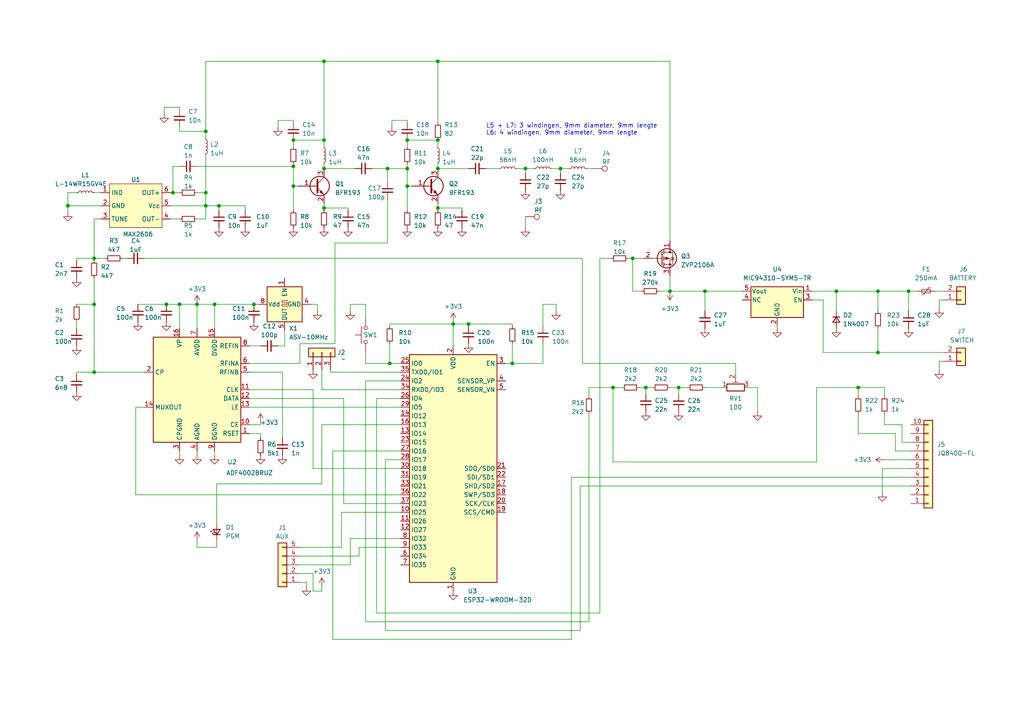
<source format=kicad_sch>
(kicad_sch (version 20250114) (generator "eeschema") (generator_version "9.0")
  (paper "A4")
  (text "L5 + L7: 3 windingen, 9mm diameter, 9mm lengte\nL6: 4 windingen, 9mm diameter, 9mm lengte" (at 140.97 39.37 0) (effects (font (size 1.27 1.27)) (justify left bottom)))
  (junction (at 152.4 48.895))
  (junction (at 63.5 59.69))
  (junction (at 93.98 48.895))
  (junction (at 254.635 84.455))
  (junction (at 127 48.895))
  (junction (at 118.11 48.895))
  (junction (at 177.8 112.395))
  (junction (at 27.305 107.95))
  (junction (at 118.11 53.975))
  (junction (at 196.85 112.395))
  (junction (at 118.11 40.64))
  (junction (at 242.57 84.455))
  (junction (at 52.07 88.265))
  (junction (at 85.09 48.26))
  (junction (at 59.69 38.1))
  (junction (at 27.305 88.265))
  (junction (at 59.69 59.69))
  (junction (at 148.59 105.41))
  (junction (at 85.09 53.975))
  (junction (at 204.47 84.455))
  (junction (at 113.03 105.41))
  (junction (at 85.09 40.64))
  (junction (at 73.66 88.265))
  (junction (at 127 60.325))
  (junction (at 135.89 93.98))
  (junction (at 248.92 112.395))
  (junction (at 254.635 102.235))
  (junction (at 48.26 88.265))
  (junction (at 187.325 112.395))
  (junction (at 59.69 55.88))
  (junction (at 19.685 59.69))
  (junction (at 127 17.78))
  (junction (at 62.23 88.265))
  (junction (at 27.305 74.93))
  (junction (at 93.98 17.78))
  (junction (at 57.15 88.265))
  (junction (at 112.395 48.895))
  (junction (at 183.515 74.93))
  (junction (at 194.31 84.455))
  (junction (at 93.98 40.64))
  (junction (at 263.525 84.455))
  (junction (at 131.445 93.98))
  (junction (at 127 40.64))
  (junction (at 93.98 60.325))
  (junction (at 50.165 55.88))
  (junction (at 162.56 48.895))
  (wire (pts (xy 57.15 130.81) (xy 57.15 132.08)))
  (wire (pts (xy 264.16 135.89) (xy 255.905 135.89)))
  (wire (pts (xy 48.26 88.265) (xy 52.07 88.265)))
  (wire (pts (xy 194.31 17.78) (xy 194.31 69.85)))
  (wire (pts (xy 63.5 59.69) (xy 63.5 60.96)))
  (wire (pts (xy 106.045 88.265) (xy 106.045 92.075)))
  (wire (pts (xy 86.995 166.37) (xy 90.805 166.37)))
  (wire (pts (xy 127 60.325) (xy 133.985 60.325)))
  (wire (pts (xy 72.39 123.19) (xy 75.565 123.19)))
  (wire (pts (xy 52.07 38.1) (xy 59.69 38.1)))
  (wire (pts (xy 93.98 60.325) (xy 100.965 60.325)))
  (wire (pts (xy 75.565 125.73) (xy 75.565 127)))
  (wire (pts (xy 35.56 74.93) (xy 36.83 74.93)))
  (wire (pts (xy 47.625 31.115) (xy 52.07 31.115)))
  (wire (pts (xy 72.39 118.11) (xy 116.205 118.11)))
  (wire (pts (xy 59.69 17.78) (xy 93.98 17.78)))
  (wire (pts (xy 161.29 88.265) (xy 161.29 90.17)))
  (wire (pts (xy 86.995 168.91) (xy 88.9 168.91)))
  (wire (pts (xy 100.965 60.96) (xy 100.965 60.325)))
  (wire (pts (xy 116.205 115.57) (xy 109.22 115.57)))
  (wire (pts (xy 50.165 55.88) (xy 52.07 55.88)))
  (wire (pts (xy 162.56 48.895) (xy 165.1 48.895)))
  (wire (pts (xy 57.15 88.265) (xy 62.23 88.265)))
  (wire (pts (xy 116.205 156.21) (xy 101.6 156.21)))
  (wire (pts (xy 113.03 99.695) (xy 113.03 105.41)))
  (wire (pts (xy 131.445 93.98) (xy 131.445 100.33)))
  (wire (pts (xy 93.345 171.45) (xy 93.345 170.18)))
  (wire (pts (xy 39.37 118.11) (xy 41.91 118.11)))
  (wire (pts (xy 118.11 53.975) (xy 119.38 53.975)))
  (wire (pts (xy 62.23 130.81) (xy 62.23 132.08)))
  (wire (pts (xy 95.885 107.315) (xy 95.885 107.95)))
  (wire (pts (xy 264.16 128.27) (xy 261.62 128.27)))
  (wire (pts (xy 57.15 95.25) (xy 57.15 88.265)))
  (wire (pts (xy 86.995 158.75) (xy 99.06 158.75)))
  (wire (pts (xy 73.66 88.265) (xy 74.93 88.265)))
  (wire (pts (xy 273.685 86.995) (xy 272.415 86.995)))
  (wire (pts (xy 93.98 17.78) (xy 93.98 40.64)))
  (wire (pts (xy 170.815 112.395) (xy 177.8 112.395)))
  (wire (pts (xy 59.69 59.69) (xy 59.69 63.5)))
  (wire (pts (xy 187.325 112.395) (xy 187.325 114.3)))
  (wire (pts (xy 264.16 130.81) (xy 259.715 130.81)))
  (wire (pts (xy 118.11 40.64) (xy 118.11 42.545)))
  (wire (pts (xy 27.305 63.5) (xy 27.305 74.93)))
  (wire (pts (xy 57.15 158.75) (xy 62.865 158.75)))
  (wire (pts (xy 90.805 166.37) (xy 90.805 171.45)))
  (wire (pts (xy 254.635 84.455) (xy 254.635 90.17)))
  (wire (pts (xy 85.09 47.625) (xy 85.09 48.26)))
  (wire (pts (xy 27.305 107.95) (xy 27.305 88.265)))
  (wire (pts (xy 59.69 45.085) (xy 59.69 55.88)))
  (wire (pts (xy 86.995 161.29) (xy 104.14 161.29)))
  (wire (pts (xy 101.6 90.17) (xy 101.6 88.265)))
  (wire (pts (xy 256.54 133.35) (xy 264.16 133.35)))
  (wire (pts (xy 22.225 107.95) (xy 22.225 108.585)))
  (wire (pts (xy 52.07 95.25) (xy 52.07 88.265)))
  (wire (pts (xy 235.585 84.455) (xy 242.57 84.455)))
  (wire (pts (xy 93.98 17.78) (xy 127 17.78)))
  (wire (pts (xy 168.275 140.97) (xy 264.16 140.97)))
  (wire (pts (xy 72.39 100.33) (xy 75.565 100.33)))
  (wire (pts (xy 27.305 55.88) (xy 29.21 55.88)))
  (wire (pts (xy 39.37 118.11) (xy 39.37 143.51)))
  (wire (pts (xy 248.92 112.395) (xy 248.92 114.935)))
  (wire (pts (xy 52.07 48.26) (xy 50.165 48.26)))
  (wire (pts (xy 80.645 34.925) (xy 85.09 34.925)))
  (wire (pts (xy 113.03 93.98) (xy 131.445 93.98)))
  (wire (pts (xy 85.09 48.26) (xy 85.09 53.975)))
  (wire (pts (xy 19.685 59.69) (xy 29.21 59.69)))
  (wire (pts (xy 186.055 84.455) (xy 183.515 84.455)))
  (wire (pts (xy 127 47.625) (xy 127 48.895)))
  (wire (pts (xy 92.075 88.265) (xy 92.075 90.17)))
  (wire (pts (xy 187.325 112.395) (xy 189.23 112.395)))
  (wire (pts (xy 62.865 158.75) (xy 62.865 156.845)))
  (wire (pts (xy 152.4 62.865) (xy 152.4 66.04)))
  (wire (pts (xy 157.48 99.695) (xy 157.48 105.41)))
  (wire (pts (xy 183.515 74.93) (xy 182.245 74.93)))
  (wire (pts (xy 146.685 105.41) (xy 148.59 105.41)))
  (wire (pts (xy 113.03 105.41) (xy 116.205 105.41)))
  (wire (pts (xy 106.045 180.34) (xy 170.815 180.34)))
  (wire (pts (xy 185.42 112.395) (xy 187.325 112.395)))
  (wire (pts (xy 49.53 63.5) (xy 52.07 63.5)))
  (wire (pts (xy 72.39 115.57) (xy 99.695 115.57)))
  (wire (pts (xy 59.69 17.78) (xy 59.69 38.1)))
  (wire (pts (xy 254.635 102.235) (xy 254.635 95.25)))
  (wire (pts (xy 85.09 34.925) (xy 85.09 35.56)))
  (wire (pts (xy 106.045 105.41) (xy 106.045 102.235)))
  (wire (pts (xy 165.735 138.43) (xy 264.16 138.43)))
  (wire (pts (xy 256.54 114.935) (xy 256.54 112.395)))
  (wire (pts (xy 93.98 47.625) (xy 93.98 48.895)))
  (wire (pts (xy 101.6 156.21) (xy 101.6 163.83)))
  (wire (pts (xy 59.69 63.5) (xy 57.15 63.5)))
  (wire (pts (xy 116.205 110.49) (xy 106.045 110.49)))
  (wire (pts (xy 196.85 112.395) (xy 199.39 112.395)))
  (wire (pts (xy 52.07 88.265) (xy 57.15 88.265)))
  (wire (pts (xy 152.4 48.895) (xy 154.94 48.895)))
  (wire (pts (xy 97.155 70.485) (xy 112.395 70.485)))
  (wire (pts (xy 118.11 48.895) (xy 118.11 53.975)))
  (wire (pts (xy 95.885 107.95) (xy 116.205 107.95)))
  (wire (pts (xy 71.12 59.69) (xy 71.12 60.96)))
  (wire (pts (xy 127 48.895) (xy 135.89 48.895)))
  (wire (pts (xy 80.645 100.33) (xy 82.55 100.33)))
  (wire (pts (xy 93.345 113.03) (xy 93.345 107.315)))
  (wire (pts (xy 196.85 112.395) (xy 196.85 114.3)))
  (wire (pts (xy 93.98 42.545) (xy 93.98 40.64)))
  (wire (pts (xy 52.07 130.81) (xy 52.07 132.08)))
  (wire (pts (xy 27.305 74.93) (xy 30.48 74.93)))
  (wire (pts (xy 19.685 59.69) (xy 19.685 61.595)))
  (wire (pts (xy 59.69 59.69) (xy 63.5 59.69)))
  (wire (pts (xy 85.09 40.64) (xy 85.09 42.545)))
  (wire (pts (xy 57.15 48.26) (xy 85.09 48.26)))
  (wire (pts (xy 173.99 74.93) (xy 177.165 74.93)))
  (wire (pts (xy 259.715 125.73) (xy 248.92 125.73)))
  (wire (pts (xy 22.225 55.88) (xy 19.685 55.88)))
  (wire (pts (xy 248.92 125.73) (xy 248.92 120.015)))
  (wire (pts (xy 255.905 135.89) (xy 255.905 142.875)))
  (wire (pts (xy 86.995 99.695) (xy 97.155 99.695)))
  (wire (pts (xy 236.855 112.395) (xy 236.855 133.985)))
  (wire (pts (xy 194.31 80.01) (xy 194.31 84.455)))
  (wire (pts (xy 157.48 94.615) (xy 157.48 88.265)))
  (wire (pts (xy 219.71 119.38) (xy 219.71 112.395)))
  (wire (pts (xy 242.57 84.455) (xy 254.635 84.455)))
  (wire (pts (xy 127 40.64) (xy 118.11 40.64)))
  (wire (pts (xy 75.565 123.19) (xy 75.565 122.555)))
  (wire (pts (xy 49.53 59.69) (xy 59.69 59.69)))
  (wire (pts (xy 261.62 128.27) (xy 261.62 123.19)))
  (wire (pts (xy 131.445 93.345) (xy 131.445 93.98)))
  (wire (pts (xy 273.685 104.775) (xy 272.415 104.775)))
  (wire (pts (xy 41.91 74.93) (xy 168.91 74.93)))
  (wire (pts (xy 157.48 105.41) (xy 148.59 105.41)))
  (wire (pts (xy 57.15 156.845) (xy 57.15 158.75)))
  (wire (pts (xy 238.76 86.995) (xy 238.76 102.235)))
  (wire (pts (xy 127 40.64) (xy 127 42.545)))
  (wire (pts (xy 256.54 112.395) (xy 248.92 112.395)))
  (wire (pts (xy 41.91 107.95) (xy 27.305 107.95)))
  (wire (pts (xy 93.98 60.325) (xy 93.98 60.96)))
  (wire (pts (xy 131.445 93.98) (xy 135.89 93.98)))
  (wire (pts (xy 112.395 57.785) (xy 112.395 70.485)))
  (wire (pts (xy 272.415 104.775) (xy 272.415 107.315)))
  (wire (pts (xy 99.695 115.57) (xy 99.695 146.05)))
  (wire (pts (xy 177.8 133.985) (xy 236.855 133.985)))
  (wire (pts (xy 152.4 48.895) (xy 149.86 48.895)))
  (wire (pts (xy 106.045 105.41) (xy 113.03 105.41)))
  (wire (pts (xy 63.5 59.69) (xy 71.12 59.69)))
  (wire (pts (xy 90.805 135.89) (xy 116.205 135.89)))
  (wire (pts (xy 148.59 93.98) (xy 135.89 93.98)))
  (wire (pts (xy 183.515 84.455) (xy 183.515 74.93)))
  (wire (pts (xy 93.345 113.03) (xy 116.205 113.03)))
  (wire (pts (xy 168.91 105.41) (xy 213.36 105.41)))
  (wire (pts (xy 62.865 140.335) (xy 62.865 151.765)))
  (wire (pts (xy 81.915 107.95) (xy 72.39 107.95)))
  (wire (pts (xy 81.915 127) (xy 81.915 107.95)))
  (wire (pts (xy 22.225 74.93) (xy 22.225 75.565)))
  (wire (pts (xy 111.76 182.88) (xy 168.275 182.88)))
  (wire (pts (xy 109.22 115.57) (xy 109.22 177.8)))
  (wire (pts (xy 109.22 177.8) (xy 173.99 177.8)))
  (wire (pts (xy 111.76 133.35) (xy 111.76 182.88)))
  (wire (pts (xy 238.76 102.235) (xy 254.635 102.235)))
  (wire (pts (xy 135.89 94.615) (xy 135.89 93.98)))
  (wire (pts (xy 85.09 53.975) (xy 86.36 53.975)))
  (wire (pts (xy 177.8 112.395) (xy 180.34 112.395)))
  (wire (pts (xy 254.635 102.235) (xy 273.685 102.235)))
  (wire (pts (xy 90.805 171.45) (xy 93.345 171.45)))
  (wire (pts (xy 157.48 88.265) (xy 161.29 88.265)))
  (wire (pts (xy 271.145 84.455) (xy 273.685 84.455)))
  (wire (pts (xy 194.31 84.455) (xy 204.47 84.455)))
  (wire (pts (xy 40.005 88.265) (xy 48.26 88.265)))
  (wire (pts (xy 116.205 158.75) (xy 104.14 158.75)))
  (wire (pts (xy 101.6 88.265) (xy 106.045 88.265)))
  (wire (pts (xy 59.69 38.1) (xy 59.69 40.005)))
  (wire (pts (xy 168.275 182.88) (xy 168.275 140.97)))
  (wire (pts (xy 86.995 163.83) (xy 101.6 163.83)))
  (wire (pts (xy 272.415 86.995) (xy 272.415 89.535)))
  (wire (pts (xy 116.205 146.05) (xy 99.695 146.05)))
  (wire (pts (xy 27.305 107.95) (xy 22.225 107.95)))
  (wire (pts (xy 127 17.78) (xy 127 35.56)))
  (wire (pts (xy 236.855 112.395) (xy 248.92 112.395)))
  (wire (pts (xy 170.18 48.895) (xy 172.085 48.895)))
  (wire (pts (xy 127 60.325) (xy 127 60.96)))
  (wire (pts (xy 113.665 36.83) (xy 113.665 34.925)))
  (wire (pts (xy 85.09 53.975) (xy 85.09 60.96)))
  (wire (pts (xy 225.425 94.615) (xy 225.425 95.25)))
  (wire (pts (xy 62.23 95.25) (xy 62.23 88.265)))
  (wire (pts (xy 254.635 84.455) (xy 263.525 84.455)))
  (wire (pts (xy 50.165 48.26) (xy 50.165 55.88)))
  (wire (pts (xy 97.155 99.695) (xy 97.155 70.485)))
  (wire (pts (xy 118.11 47.625) (xy 118.11 48.895)))
  (wire (pts (xy 127 17.78) (xy 194.31 17.78)))
  (wire (pts (xy 49.53 55.88) (xy 50.165 55.88)))
  (wire (pts (xy 116.205 133.35) (xy 111.76 133.35)))
  (wire (pts (xy 263.525 84.455) (xy 263.525 90.17)))
  (wire (pts (xy 209.55 112.395) (xy 204.47 112.395)))
  (wire (pts (xy 96.52 130.81) (xy 96.52 185.42)))
  (wire (pts (xy 107.95 48.895) (xy 112.395 48.895)))
  (wire (pts (xy 118.11 53.975) (xy 118.11 60.96)))
  (wire (pts (xy 27.305 88.265) (xy 22.225 88.265)))
  (wire (pts (xy 204.47 84.455) (xy 215.265 84.455)))
  (wire (pts (xy 104.14 158.75) (xy 104.14 161.29)))
  (wire (pts (xy 90.805 113.03) (xy 90.805 135.89)))
  (wire (pts (xy 165.735 185.42) (xy 165.735 138.43)))
  (wire (pts (xy 52.07 36.83) (xy 52.07 38.1)))
  (wire (pts (xy 96.52 185.42) (xy 165.735 185.42)))
  (wire (pts (xy 235.585 86.995) (xy 238.76 86.995)))
  (wire (pts (xy 170.815 120.015) (xy 170.815 180.34)))
  (wire (pts (xy 194.31 112.395) (xy 196.85 112.395)))
  (wire (pts (xy 177.8 112.395) (xy 177.8 133.985)))
  (wire (pts (xy 127 59.055) (xy 127 60.325)))
  (wire (pts (xy 86.995 105.41) (xy 86.995 99.695)))
  (wire (pts (xy 263.525 84.455) (xy 266.065 84.455)))
  (wire (pts (xy 90.17 88.265) (xy 92.075 88.265)))
  (wire (pts (xy 99.06 148.59) (xy 99.06 158.75)))
  (wire (pts (xy 183.515 74.93) (xy 186.69 74.93)))
  (wire (pts (xy 72.39 105.41) (xy 86.995 105.41)))
  (wire (pts (xy 256.54 123.19) (xy 256.54 120.015)))
  (wire (pts (xy 259.715 130.81) (xy 259.715 125.73)))
  (wire (pts (xy 219.71 112.395) (xy 217.17 112.395)))
  (wire (pts (xy 93.345 140.335) (xy 62.865 140.335)))
  (wire (pts (xy 39.37 143.51) (xy 116.205 143.51)))
  (wire (pts (xy 27.305 74.93) (xy 27.305 75.565)))
  (wire (pts (xy 242.57 84.455) (xy 242.57 90.17)))
  (wire (pts (xy 133.985 60.96) (xy 133.985 60.325)))
  (wire (pts (xy 160.02 48.895) (xy 162.56 48.895)))
  (wire (pts (xy 194.31 84.455) (xy 191.135 84.455)))
  (wire (pts (xy 116.205 130.81) (xy 96.52 130.81)))
  (wire (pts (xy 162.56 48.895) (xy 162.56 50.165)))
  (wire (pts (xy 118.11 34.925) (xy 118.11 35.56)))
  (wire (pts (xy 93.98 59.055) (xy 93.98 60.325)))
  (wire (pts (xy 168.91 74.93) (xy 168.91 105.41)))
  (wire (pts (xy 106.045 110.49) (xy 106.045 180.34)))
  (wire (pts (xy 93.98 48.895) (xy 102.87 48.895)))
  (wire (pts (xy 19.685 55.88) (xy 19.685 59.69)))
  (wire (pts (xy 93.98 40.64) (xy 85.09 40.64)))
  (wire (pts (xy 204.47 84.455) (xy 204.47 90.17)))
  (wire (pts (xy 116.205 123.19) (xy 93.345 123.19)))
  (wire (pts (xy 261.62 123.19) (xy 256.54 123.19)))
  (wire (pts (xy 170.815 112.395) (xy 170.815 114.935)))
  (wire (pts (xy 116.205 148.59) (xy 99.06 148.59)))
  (wire (pts (xy 72.39 113.03) (xy 90.805 113.03)))
  (wire (pts (xy 47.625 33.02) (xy 47.625 31.115)))
  (wire (pts (xy 59.69 55.88) (xy 57.15 55.88)))
  (wire (pts (xy 27.305 80.645) (xy 27.305 88.265)))
  (wire (pts (xy 93.345 123.19) (xy 93.345 140.335)))
  (wire (pts (xy 22.225 93.345) (xy 22.225 95.25)))
  (wire (pts (xy 88.9 168.91) (xy 88.9 170.18)))
  (wire (pts (xy 52.07 31.115) (xy 52.07 31.75)))
  (wire (pts (xy 140.97 48.895) (xy 144.78 48.895)))
  (wire (pts (xy 62.23 88.265) (xy 73.66 88.265)))
  (wire (pts (xy 59.69 59.69) (xy 59.69 55.88)))
  (wire (pts (xy 27.305 74.93) (xy 22.225 74.93)))
  (wire (pts (xy 173.99 74.93) (xy 173.99 177.8)))
  (wire (pts (xy 80.645 36.83) (xy 80.645 34.925)))
  (wire (pts (xy 113.03 93.98) (xy 113.03 94.615)))
  (wire (pts (xy 113.665 34.925) (xy 118.11 34.925)))
  (wire (pts (xy 29.21 63.5) (xy 27.305 63.5)))
  (wire (pts (xy 112.395 48.895) (xy 112.395 52.705)))
  (wire (pts (xy 213.36 108.585) (xy 213.36 105.41)))
  (wire (pts (xy 152.4 50.165) (xy 152.4 48.895)))
  (wire (pts (xy 148.59 105.41) (xy 148.59 99.695)))
  (wire (pts (xy 82.55 100.33) (xy 82.55 95.885)))
  (wire (pts (xy 148.59 94.615) (xy 148.59 93.98)))
  (wire (pts (xy 112.395 48.895) (xy 118.11 48.895)))
  (wire (pts (xy 72.39 125.73) (xy 75.565 125.73)))
  (symbol (lib_id "power:GND") (at 263.525 95.25 0) (unit 1)
    (property "Reference" "#PWR048" (effects (hide yes)))
    (property "Value" "GND" (effects (hide yes)))
  )
  (symbol (lib_id "power:GND") (at 40.005 93.345 0) (unit 1)
    (property "Reference" "#PWR05" (effects (hide yes)))
    (property "Value" "GND" (effects (hide yes)))
  )
  (symbol (lib_id "power:GND") (at 71.12 66.04 0) (unit 1)
    (property "Reference" "#PWR014" (effects (hide yes)))
    (property "Value" "GND" (effects (hide yes)))
  )
  (symbol (lib_id "power:+3V3") (at 93.345 170.18 0) (unit 1)
    (property "Reference" "#PWR024" (effects (hide yes)))
    (property "Value" "+3V3" (at 93.345 165.735 0))
  )
  (symbol (lib_id "Device:R_Small") (at 54.61 63.5 90) (unit 1)
    (property "Reference" "R5" (at 54.61 65.405 90))
    (property "Value" "1k" (at 54.61 67.945 90))
    (property "Footprint" "Resistor_THT:R_Axial_DIN0207_L6.3mm_D2.5mm_P10.16mm_Horizontal" (effects (hide yes)))
  )
  (symbol (lib_id "power:GND") (at 187.325 119.38 0) (unit 1)
    (property "Reference" "#PWR039" (effects (hide yes)))
    (property "Value" "GND" (effects (hide yes)))
  )
  (symbol (lib_id "Connector_Generic:Conn_01x10") (at 269.24 135.89 0) (mirror x) (unit 1)
    (property "Reference" "J5" (at 271.78 128.905 0) (effects (justify left)))
    (property "Value" "JQ8400-FL" (at 271.78 131.445 0) (effects (justify left)))
    (property "Footprint" "Connector_PinHeader_2.54mm:PinHeader_1x10_P2.54mm_Vertical" (effects (hide yes)))
  )
  (symbol (lib_id "Device:R_Small") (at 127 63.5 0) (unit 1)
    (property "Reference" "R14" (at 128.651 62.865 0) (effects (justify left)))
    (property "Value" "47" (at 128.905 65.405 0) (effects (justify left)))
    (property "Footprint" "Resistor_THT:R_Axial_DIN0207_L6.3mm_D2.5mm_P10.16mm_Horizontal" (effects (hide yes)))
  )
  (symbol (lib_id "power:GND") (at 85.09 66.04 0) (unit 1)
    (property "Reference" "#PWR020" (effects (hide yes)))
    (property "Value" "GND" (effects (hide yes)))
  )
  (symbol (lib_id "Device:C_Small") (at 40.005 90.805 0) (unit 1)
    (property "Reference" "C5" (at 33.655 89.535 0) (effects (justify left)))
    (property "Value" "100n" (at 33.655 92.075 0) (effects (justify left)))
    (property "Footprint" "Capacitor_THT:C_Disc_D3.0mm_W2.0mm_P2.50mm" (effects (hide yes)))
  )
  (symbol (lib_id "Device:C_Small") (at 133.985 63.5 0) (unit 1)
    (property "Reference" "C19" (at 136.525 62.8713 0) (effects (justify left)))
    (property "Value" "47n" (at 136.525 65.4113 0) (effects (justify left)))
    (property "Footprint" "Capacitor_THT:C_Disc_D3.0mm_W2.0mm_P2.50mm" (effects (hide yes)))
  )
  (symbol (lib_id "Device:C_Small") (at 73.66 90.805 0) (unit 1)
    (property "Reference" "C11" (at 67.31 89.535 0) (effects (justify left)))
    (property "Value" "100n" (at 67.31 92.075 0) (effects (justify left)))
    (property "Footprint" "Capacitor_THT:C_Disc_D3.0mm_W2.0mm_P2.50mm" (effects (hide yes)))
  )
  (symbol (lib_id "Switch:SW_Push") (at 106.045 97.155 90) (unit 1)
    (property "Reference" "SW1" (at 105.41 97.155 90) (effects (justify right)))
    (property "Value" "SW_Push" (effects (hide yes)))
    (property "Footprint" "Button_Switch_THT:SW_PUSH_6mm" (effects (hide yes)))
  )
  (symbol (lib_id "Device:C_Small") (at 162.56 52.705 0) (unit 1)
    (property "Reference" "C24" (at 165.735 51.4412 0) (effects (justify left)))
    (property "Value" "27p" (at 165.735 53.9812 0) (effects (justify left)))
    (property "Footprint" "Capacitor_THT:C_Disc_D3.0mm_W2.0mm_P2.50mm" (effects (hide yes)))
  )
  (symbol (lib_id "Device:R_Small") (at 201.93 112.395 90) (unit 1)
    (property "Reference" "R21" (at 201.93 107.315 90))
    (property "Value" "2k2" (at 201.93 109.855 90))
    (property "Footprint" "Resistor_THT:R_Axial_DIN0207_L6.3mm_D2.5mm_P10.16mm_Horizontal" (effects (hide yes)))
  )
  (symbol (lib_id "Connector_Generic:Conn_01x03") (at 93.345 102.235 90) (unit 1)
    (property "Reference" "J2" (at 97.79 102.235 90) (effects (justify right)))
    (property "Value" "~" (at 99.06 104.14 90) (effects (justify right)))
    (property "Footprint" "Connector_PinHeader_2.54mm:PinHeader_1x03_P2.54mm_Vertical" (effects (hide yes)))
  )
  (symbol (lib_id "Device:R_Small") (at 179.705 74.93 90) (unit 1)
    (property "Reference" "R17" (at 179.705 70.485 90))
    (property "Value" "10k" (at 179.705 73.025 90))
    (property "Footprint" "Resistor_THT:R_Axial_DIN0207_L6.3mm_D2.5mm_P10.16mm_Horizontal" (effects (hide yes)))
  )
  (symbol (lib_id "power:GND") (at 88.9 170.18 0) (unit 1)
    (property "Reference" "#PWR021" (effects (hide yes)))
    (property "Value" "GND" (effects (hide yes)))
  )
  (symbol (lib_id "Transistor_FET:FDN340P") (at 191.77 74.93 0) (unit 1)
    (property "Reference" "Q3" (at 197.485 74.295 0) (effects (justify left)))
    (property "Value" "ZVP2106A" (at 197.485 76.835 0) (effects (justify left)))
    (property "Footprint" "Package_TO_SOT_THT:TO-92Flat" (effects (hide yes)))
  )
  (symbol (lib_id "Device:C_Small") (at 138.43 48.895 90) (unit 1)
    (property "Reference" "C21" (at 138.4363 43.18 90))
    (property "Value" "22p" (at 138.4363 45.72 90))
    (property "Footprint" "Capacitor_THT:C_Disc_D3.0mm_W2.0mm_P2.50mm" (effects (hide yes)))
  )
  (symbol (lib_id "Device:R_Small") (at 188.595 84.455 90) (unit 1)
    (property "Reference" "R19" (at 188.595 79.375 90))
    (property "Value" "270k" (at 188.595 81.915 90))
    (property "Footprint" "Resistor_THT:R_Axial_DIN0207_L6.3mm_D2.5mm_P10.16mm_Horizontal" (effects (hide yes)))
  )
  (symbol (lib_id "power:GND") (at 161.29 90.17 0) (unit 1)
    (property "Reference" "#PWR037" (effects (hide yes)))
    (property "Value" "GND" (effects (hide yes)))
  )
  (symbol (lib_id "Device:C_Small") (at 204.47 92.71 0) (unit 1)
    (property "Reference" "C27" (at 207.01 91.4463 0) (effects (justify left)))
    (property "Value" "1uF" (at 207.01 93.9863 0) (effects (justify left)))
    (property "Footprint" "Capacitor_THT:C_Disc_D3.0mm_W2.0mm_P2.50mm" (effects (hide yes)))
  )
  (symbol (lib_id "power:+3V3") (at 194.31 84.455 180) (unit 1)
    (property "Reference" "#PWR040" (effects (hide yes)))
    (property "Value" "+3V3" (at 194.31 89.535 0))
  )
  (symbol (lib_id "power:GND") (at 101.6 90.17 0) (unit 1)
    (property "Reference" "#PWR027" (effects (hide yes)))
    (property "Value" "GND" (effects (hide yes)))
  )
  (symbol (lib_id "Device:C_Small") (at 71.12 63.5 0) (unit 1)
    (property "Reference" "C10" (at 74.295 62.8713 0) (effects (justify left)))
    (property "Value" "1uF" (at 74.295 65.4113 0) (effects (justify left)))
    (property "Footprint" "Capacitor_THT:C_Disc_D3.0mm_W2.0mm_P2.50mm" (effects (hide yes)))
  )
  (symbol (lib_id "power:GND") (at 90.805 107.315 0) (unit 1)
    (property "Reference" "#PWR022" (effects (hide yes)))
    (property "Value" "GND" (effects (hide yes)))
  )
  (symbol (lib_id "power:GND") (at 48.26 93.345 0) (unit 1)
    (property "Reference" "#PWR07" (effects (hide yes)))
    (property "Value" "GND" (effects (hide yes)))
  )
  (symbol (lib_id "Device:C_Small") (at 118.11 38.1 0) (unit 1)
    (property "Reference" "C18" (at 120.65 36.195 0) (effects (justify left)))
    (property "Value" "10n" (at 120.65 38.735 0) (effects (justify left)))
    (property "Footprint" "Capacitor_THT:C_Disc_D3.0mm_W2.0mm_P2.50mm" (effects (hide yes)))
  )
  (symbol (lib_id "power:GND") (at 81.915 132.08 0) (unit 1)
    (property "Reference" "#PWR019" (effects (hide yes)))
    (property "Value" "GND" (effects (hide yes)))
  )
  (symbol (lib_id "Device:C_Small") (at 196.85 116.84 180) (unit 1)
    (property "Reference" "C26" (at 199.39 116.1986 0) (effects (justify right)))
    (property "Value" "22n" (at 199.39 118.7386 0) (effects (justify right)))
    (property "Footprint" "Capacitor_THT:C_Disc_D3.0mm_W2.0mm_P2.50mm" (effects (hide yes)))
  )
  (symbol (lib_id "Device:L_Small") (at 167.64 48.895 90) (unit 1)
    (property "Reference" "L7" (at 167.64 43.815 90))
    (property "Value" "56nH" (at 167.64 46.355 90))
    (property "Footprint" "Inductor_THT:L_Toroid_Horizontal_D6.5mm_P10.00mm_Diameter7-5mm_Amidon-T25" (effects (hide yes)))
  )
  (symbol (lib_id "power:GND") (at 152.4 66.04 0) (unit 1)
    (property "Reference" "#PWR036" (effects (hide yes)))
    (property "Value" "GND" (effects (hide yes)))
  )
  (symbol (lib_id "Device:C_Small") (at 52.07 34.29 0) (unit 1)
    (property "Reference" "C7" (at 54.61 32.385 0) (effects (justify left)))
    (property "Value" "10n" (at 54.61 34.925 0) (effects (justify left)))
    (property "Footprint" "Capacitor_THT:C_Disc_D3.0mm_W2.0mm_P2.50mm" (effects (hide yes)))
  )
  (symbol (lib_id "power:GND") (at 131.445 171.45 0) (unit 1)
    (property "Reference" "#PWR032" (effects (hide yes)))
    (property "Value" "GND" (effects (hide yes)))
  )
  (symbol (lib_id "Oscillator:ASV-xxxMHz") (at 82.55 88.265 90) (mirror x) (unit 1)
    (property "Reference" "X1" (at 85.09 95.25 90))
    (property "Value" "ASV-10MHz" (at 89.535 97.79 90))
    (property "Footprint" "Oscillator:Oscillator_DIP-8_LargePads" (effects (hide yes)))
    (property "Datasheet" "http://www.abracon.com/Oscillators/ASV.pdf" (effects (hide yes)))
  )
  (symbol (lib_id "Device:L_Small") (at 147.32 48.895 90) (unit 1)
    (property "Reference" "L5" (at 147.32 43.815 90))
    (property "Value" "56nH" (at 147.32 46.355 90))
    (property "Footprint" "Inductor_THT:L_Toroid_Horizontal_D6.5mm_P10.00mm_Diameter7-5mm_Amidon-T25" (effects (hide yes)))
  )
  (symbol (lib_id "Device:R_Small") (at 256.54 117.475 0) (unit 1)
    (property "Reference" "R24" (at 258.445 116.2049 0) (effects (justify left)))
    (property "Value" "1k" (at 258.445 118.7449 0) (effects (justify left)))
    (property "Footprint" "Resistor_THT:R_Axial_DIN0207_L6.3mm_D2.5mm_P10.16mm_Horizontal" (effects (hide yes)))
  )
  (symbol (lib_id "Device:C_Small") (at 187.325 116.84 180) (unit 1)
    (property "Reference" "C25" (at 189.865 116.1986 0) (effects (justify right)))
    (property "Value" "22n" (at 189.865 118.7386 0) (effects (justify right)))
    (property "Footprint" "Capacitor_THT:C_Disc_D3.0mm_W2.0mm_P2.50mm" (effects (hide yes)))
  )
  (symbol (lib_id "power:GND") (at 113.665 36.83 0) (unit 1)
    (property "Reference" "#PWR028" (effects (hide yes)))
    (property "Value" "GND" (effects (hide yes)))
  )
  (symbol (lib_id "power:GND") (at 255.905 142.875 0) (unit 1)
    (property "Reference" "#PWR046" (effects (hide yes)))
    (property "Value" "GND" (effects (hide yes)))
  )
  (symbol (lib_id "Device:R_Small") (at 148.59 97.155 0) (unit 1)
    (property "Reference" "R15" (at 151.13 96.52 0) (effects (justify left)))
    (property "Value" "10k" (at 151.13 99.06 0) (effects (justify left)))
    (property "Footprint" "Resistor_THT:R_Axial_DIN0207_L6.3mm_D2.5mm_P10.16mm_Horizontal" (effects (hide yes)))
  )
  (symbol (lib_id "power:GND") (at 22.225 80.645 0) (unit 1)
    (property "Reference" "#PWR02" (effects (hide yes)))
    (property "Value" "GND" (effects (hide yes)))
  )
  (symbol (lib_id "Device:R_Small") (at 248.92 117.475 0) (unit 1)
    (property "Reference" "R22" (at 250.825 116.2049 0) (effects (justify left)))
    (property "Value" "1k" (at 250.825 118.7449 0) (effects (justify left)))
    (property "Footprint" "Resistor_THT:R_Axial_DIN0207_L6.3mm_D2.5mm_P10.16mm_Horizontal" (effects (hide yes)))
  )
  (symbol (lib_id "Device:C_Small") (at 85.09 38.1 0) (unit 1)
    (property "Reference" "C14" (at 87.63 36.195 0) (effects (justify left)))
    (property "Value" "10n" (at 87.63 38.735 0) (effects (justify left)))
    (property "Footprint" "Capacitor_THT:C_Disc_D3.0mm_W2.0mm_P2.50mm" (effects (hide yes)))
  )
  (symbol (lib_id "Device:R_Small") (at 170.815 117.475 0) (unit 1)
    (property "Reference" "R16" (at 165.735 116.84 0) (effects (justify left)))
    (property "Value" "2k2" (at 165.735 119.38 0) (effects (justify left)))
    (property "Footprint" "Resistor_THT:R_Axial_DIN0207_L6.3mm_D2.5mm_P10.16mm_Horizontal" (effects (hide yes)))
  )
  (symbol (lib_id "Device:C_Small") (at 39.37 74.93 90) (unit 1)
    (property "Reference" "C4" (at 39.37 69.85 90))
    (property "Value" "1uF" (at 39.37 72.39 90))
    (property "Footprint" "Capacitor_THT:C_Disc_D3.0mm_W2.0mm_P2.50mm" (effects (hide yes)))
    (property "Description" "Unpolarized capacitor, small symbol" (effects (hide yes)))
  )
  (symbol (lib_id "Connector_Generic:Conn_01x02") (at 278.765 86.995 0) (mirror x) (unit 1)
    (property "Reference" "J6" (at 278.257 78.105 0) (effects (justify left)))
    (property "Value" "BATTERY" (at 275.209 80.645 0) (effects (justify left)))
    (property "Footprint" "Connector_Phoenix_MC:PhoenixContact_MCV_1,5_2-G-3.81_1x02_P3.81mm_Vertical" (effects (hide yes)))
  )
  (symbol (lib_id "Connector:TestPoint") (at 152.4 62.865 270) (unit 1)
    (property "Reference" "J3" (at 154.94 58.42 90) (effects (justify left)))
    (property "Value" "RF" (at 154.94 60.96 90) (effects (justify left)))
    (property "Footprint" "MountingHole:MountingHole_5.3mm_M5_Pad_Via" (effects (hide yes)))
  )
  (symbol (lib_id "power:GND") (at 93.98 66.04 0) (unit 1)
    (property "Reference" "#PWR025" (effects (hide yes)))
    (property "Value" "GND" (effects (hide yes)))
  )
  (symbol (lib_id "Device:R_Potentiometer_Trim") (at 213.36 112.395 90) (unit 1)
    (property "Reference" "RV1" (at 213.36 115.57 90))
    (property "Value" "100" (at 213.36 118.11 90))
    (property "Footprint" "Potentiometer_THT:Potentiometer_Vishay_T93YA_Vertical" (effects (hide yes)))
  )
  (symbol (lib_id "Device:R_Small") (at 85.09 63.5 0) (unit 1)
    (property "Reference" "R8" (at 86.995 62.865 0) (effects (justify left)))
    (property "Value" "10k" (at 86.995 65.405 0) (effects (justify left)))
    (property "Footprint" "Resistor_THT:R_Axial_DIN0207_L6.3mm_D2.5mm_P10.16mm_Horizontal" (effects (hide yes)))
  )
  (symbol (lib_id "Device:R_Small") (at 182.88 112.395 90) (unit 1)
    (property "Reference" "R18" (at 182.88 107.315 90))
    (property "Value" "2k2" (at 182.88 109.855 90))
    (property "Footprint" "Resistor_THT:R_Axial_DIN0207_L6.3mm_D2.5mm_P10.16mm_Horizontal" (effects (hide yes)))
  )
  (symbol (lib_id "power:GND") (at 242.57 95.25 0) (unit 1)
    (property "Reference" "#PWR045" (effects (hide yes)))
    (property "Value" "GND" (effects (hide yes)))
  )
  (symbol (lib_id "power:+3V3") (at 57.15 156.845 0) (unit 1)
    (property "Reference" "#PWR011" (effects (hide yes)))
    (property "Value" "+3V3" (at 57.15 152.4 0))
  )
  (symbol (lib_id "Device:C_Small") (at 78.105 100.33 90) (unit 1)
    (property "Reference" "C12" (at 78.1113 94.615 90))
    (property "Value" "100p" (at 78.1113 97.155 90))
    (property "Footprint" "Capacitor_THT:C_Disc_D3.0mm_W2.0mm_P2.50mm" (effects (hide yes)))
  )
  (symbol (lib_id "power:GND") (at 22.225 100.33 0) (unit 1)
    (property "Reference" "#PWR03" (effects (hide yes)))
    (property "Value" "GND" (effects (hide yes)))
  )
  (symbol (lib_id "power:GND") (at 100.965 66.04 0) (unit 1)
    (property "Reference" "#PWR026" (effects (hide yes)))
    (property "Value" "GND" (effects (hide yes)))
  )
  (symbol (lib_id "power:GND") (at 272.415 107.315 0) (unit 1)
    (property "Reference" "#PWR050" (effects (hide yes)))
    (property "Value" "GND" (effects (hide yes)))
  )
  (symbol (lib_id "Device:C_Small") (at 112.395 55.245 0) (unit 1)
    (property "Reference" "C17" (at 106.68 54.61 0) (effects (justify left)))
    (property "Value" "100p" (at 106.68 57.15 0) (effects (justify left)))
    (property "Footprint" "Capacitor_THT:C_Disc_D3.0mm_W2.0mm_P2.50mm" (effects (hide yes)))
  )
  (symbol (lib_id "Device:C_Small") (at 22.225 97.79 0) (unit 1)
    (property "Reference" "C2" (at 15.875 96.52 0) (effects (justify left)))
    (property "Value" "100n" (at 15.875 99.06 0) (effects (justify left)))
    (property "Footprint" "Capacitor_THT:C_Disc_D3.0mm_W2.0mm_P2.50mm" (effects (hide yes)))
  )
  (symbol (lib_id "Device:C_Small") (at 22.225 78.105 0) (unit 1)
    (property "Reference" "C1" (at 15.875 76.835 0) (effects (justify left)))
    (property "Value" "2n7" (at 15.875 79.375 0) (effects (justify left)))
    (property "Footprint" "Capacitor_THT:C_Disc_D3.0mm_W2.0mm_P2.50mm" (effects (hide yes)))
  )
  (symbol (lib_id "Device:C_Small") (at 135.89 97.155 0) (mirror y) (unit 1)
    (property "Reference" "C20" (at 142.24 96.52 0) (effects (justify left)))
    (property "Value" "100n" (at 143.51 99.06 0) (effects (justify left)))
    (property "Footprint" "Capacitor_THT:C_Disc_D3.0mm_W2.0mm_P2.50mm" (effects (hide yes)))
  )
  (symbol (lib_id "Device:R_Small") (at 75.565 129.54 0) (unit 1)
    (property "Reference" "R6" (at 77.47 128.905 0) (effects (justify left)))
    (property "Value" "5k1" (at 77.47 131.445 0) (effects (justify left)))
    (property "Footprint" "Resistor_THT:R_Axial_DIN0207_L6.3mm_D2.5mm_P10.16mm_Horizontal" (effects (hide yes)))
  )
  (symbol (lib_id "Device:L_Small") (at 24.765 55.88 90) (unit 1)
    (property "Reference" "L1" (at 24.765 50.8 90))
    (property "Value" "L-14WR15GV4E" (at 23.495 53.34 90))
    (property "Footprint" "Inductor_SMD:L_0603_1608Metric" (effects (hide yes)))
  )
  (symbol (lib_id "Device:L_Small") (at 127 45.085 0) (unit 1)
    (property "Reference" "L4" (at 128.27 44.45 0) (effects (justify left)))
    (property "Value" "1uH" (at 128.27 46.99 0) (effects (justify left)))
    (property "Footprint" "Resistor_THT:R_Axial_DIN0207_L6.3mm_D2.5mm_P10.16mm_Horizontal" (effects (hide yes)))
  )
  (symbol (lib_id "Project:MAX2606") (at 35.56 53.34 0) (unit 1)
    (property "Reference" "U1" (at 39.37 52.07 0))
    (property "Value" "MAX2606" (at 40.005 67.945 0))
    (property "Footprint" "Package_TO_SOT_SMD:SOT-23-6" (effects (hide yes)))
  )
  (symbol (lib_id "Transistor_BJT:BFR92") (at 124.46 53.975 0) (unit 1)
    (property "Reference" "Q2" (at 130.175 53.34 0) (effects (justify left)))
    (property "Value" "BFR193" (at 130.175 55.88 0) (effects (justify left)))
    (property "Footprint" "Package_TO_SOT_SMD:SOT-323_SC-70" (effects (hide yes)))
    (property "Datasheet" "https://assets.nexperia.com/documents/data-sheet/BFR92A_N.pdf" (effects (hide yes)))
  )
  (symbol (lib_id "Device:C_Small") (at 22.225 111.125 0) (unit 1)
    (property "Reference" "C3" (at 15.875 109.855 0) (effects (justify left)))
    (property "Value" "6n8" (at 15.875 112.395 0) (effects (justify left)))
    (property "Footprint" "Capacitor_THT:C_Disc_D3.0mm_W2.0mm_P2.50mm" (effects (hide yes)))
  )
  (symbol (lib_id "power:+3V3") (at 131.445 93.345 0) (unit 1)
    (property "Reference" "#PWR031" (effects (hide yes)))
    (property "Value" "+3V3" (at 131.445 88.9 0))
  )
  (symbol (lib_id "power:GND") (at 52.07 132.08 0) (unit 1)
    (property "Reference" "#PWR08" (effects (hide yes)))
    (property "Value" "GND" (effects (hide yes)))
  )
  (symbol (lib_id "Device:R_Small") (at 254.635 92.71 0) (unit 1)
    (property "Reference" "R23" (at 257.175 91.44 0) (effects (justify left)))
    (property "Value" "10k" (at 257.175 93.98 0) (effects (justify left)))
    (property "Footprint" "Resistor_THT:R_Axial_DIN0207_L6.3mm_D2.5mm_P10.16mm_Horizontal" (effects (hide yes)))
  )
  (symbol (lib_id "Timer_PLL:ADF4002BRUZ") (at 57.15 113.03 0) (mirror y) (unit 1)
    (property "Reference" "U2" (at 67.31 133.985 0))
    (property "Value" "ADF4002BRUZ" (at 72.39 137.16 0))
    (property "Footprint" "Package_SO:TSSOP-16_4.4x5mm_P0.65mm" (effects (hide yes)))
    (property "Datasheet" "https://www.analog.com/media/en/technical-documentation/data-sheets/ADF4002.pdf" (effects (hide yes)))
  )
  (symbol (lib_id "power:GND") (at 73.66 93.345 0) (unit 1)
    (property "Reference" "#PWR015" (effects (hide yes)))
    (property "Value" "GND" (effects (hide yes)))
  )
  (symbol (lib_id "power:GND") (at 75.565 132.08 0) (unit 1)
    (property "Reference" "#PWR017" (effects (hide yes)))
    (property "Value" "GND" (effects (hide yes)))
  )
  (symbol (lib_id "Device:R_Small") (at 127 38.1 0) (unit 1)
    (property "Reference" "R13" (at 128.905 36.195 0) (effects (justify left)))
    (property "Value" "82" (at 128.905 38.735 0) (effects (justify left)))
    (property "Footprint" "Resistor_THT:R_Axial_DIN0207_L6.3mm_D2.5mm_P10.16mm_Horizontal" (effects (hide yes)))
  )
  (symbol (lib_id "power:GND") (at 47.625 33.02 0) (unit 1)
    (property "Reference" "#PWR06" (effects (hide yes)))
    (property "Value" "GND" (effects (hide yes)))
  )
  (symbol (lib_id "power:GND") (at 152.4 55.245 0) (unit 1)
    (property "Reference" "#PWR035" (effects (hide yes)))
    (property "Value" "GND" (effects (hide yes)))
  )
  (symbol (lib_id "power:GND") (at 63.5 66.04 0) (unit 1)
    (property "Reference" "#PWR013" (effects (hide yes)))
    (property "Value" "GND" (effects (hide yes)))
  )
  (symbol (lib_id "power:GND") (at 272.415 89.535 0) (unit 1)
    (property "Reference" "#PWR049" (effects (hide yes)))
    (property "Value" "GND" (effects (hide yes)))
  )
  (symbol (lib_id "Device:D_Small") (at 242.57 92.71 270) (unit 1)
    (property "Reference" "D2" (at 244.475 91.4399 90) (effects (justify left)))
    (property "Value" "1N4007" (at 244.475 93.9799 90) (effects (justify left)))
    (property "Footprint" "Diode_THT:D_DO-41_SOD81_P10.16mm_Horizontal" (effects (hide yes)))
    (property "Description" "Diode, small symbol" (effects (hide yes)))
    (property "Sim.Device" "D" (effects (hide yes)))
    (property "Sim.Pins" "1=K 2=A" (effects (hide yes)))
  )
  (symbol (lib_id "power:GND") (at 80.645 36.83 0) (unit 1)
    (property "Reference" "#PWR018" (effects (hide yes)))
    (property "Value" "GND" (effects (hide yes)))
  )
  (symbol (lib_id "Device:R_Small") (at 85.09 45.085 0) (unit 1)
    (property "Reference" "R7" (at 86.995 44.45 0) (effects (justify left)))
    (property "Value" "10k" (at 86.995 46.99 0) (effects (justify left)))
    (property "Footprint" "Resistor_THT:R_Axial_DIN0207_L6.3mm_D2.5mm_P10.16mm_Horizontal" (effects (hide yes)))
  )
  (symbol (lib_id "Device:LED_Small") (at 62.865 154.305 90) (unit 1)
    (property "Reference" "D1" (at 65.405 152.9714 90) (effects (justify right)))
    (property "Value" "PGM" (at 65.405 155.5114 90) (effects (justify right)))
    (property "Footprint" "LED_THT:LED_D3.0mm_FlatTop" (effects (hide yes)))
    (property "Description" "Light emitting diode, small symbol" (effects (hide yes)))
    (property "Sim.Pin" "1=K 2=A" (effects (hide yes)))
  )
  (symbol (lib_id "Device:C_Small") (at 81.915 129.54 0) (unit 1)
    (property "Reference" "C13" (at 84.455 128.905 0) (effects (justify left)))
    (property "Value" "1n" (at 84.455 131.445 0) (effects (justify left)))
    (property "Footprint" "Capacitor_THT:C_Disc_D3.0mm_W2.0mm_P2.50mm" (effects (hide yes)))
  )
  (symbol (lib_id "Connector_Generic:Conn_01x05") (at 81.915 163.83 180) (unit 1)
    (property "Reference" "J1" (at 81.915 153.035 0))
    (property "Value" "AUX" (at 81.915 155.575 0))
    (property "Footprint" "Connector_PinHeader_2.54mm:PinHeader_1x05_P2.54mm_Vertical" (effects (hide yes)))
    (property "Description" "Generic connector, single row, 01x05, script generated (kicad-library-utils/schlib/autogen/connector/)" (effects (hide yes)))
  )
  (symbol (lib_id "RF_Module:ESP32-WROOM-32") (at 131.445 135.89 0) (mirror y) (unit 1)
    (property "Reference" "U3" (at 138.43 171.45 0) (effects (justify left)))
    (property "Value" "ESP32-WROOM-32D" (at 154.305 173.99 0) (effects (justify left)))
    (property "Footprint" "RF_Module:ESP32-WROOM-32E" (effects (hide yes)))
    (property "Datasheet" "https://www.espressif.com/sites/default/files/documentation/esp32-wroom-32_datasheet_en.pdf" (effects (hide yes)))
  )
  (symbol (lib_id "Device:C_Small") (at 157.48 97.155 0) (mirror y) (unit 1)
    (property "Reference" "C23" (at 163.83 96.52 0) (effects (justify left)))
    (property "Value" "100n" (at 165.1 99.06 0) (effects (justify left)))
    (property "Footprint" "Capacitor_THT:C_Disc_D3.0mm_W2.0mm_P2.50mm" (effects (hide yes)))
  )
  (symbol (lib_id "Device:L_Small") (at 59.69 42.545 0) (unit 1)
    (property "Reference" "L2" (at 60.96 41.91 0) (effects (justify left)))
    (property "Value" "1uH" (at 60.96 44.45 0) (effects (justify left)))
    (property "Footprint" "Resistor_THT:R_Axial_DIN0207_L6.3mm_D2.5mm_P10.16mm_Horizontal" (effects (hide yes)))
  )
  (symbol (lib_id "Device:C_Small") (at 63.5 63.5 0) (unit 1)
    (property "Reference" "C9" (at 66.04 62.8713 0) (effects (justify left)))
    (property "Value" "10n" (at 66.04 65.4113 0) (effects (justify left)))
    (property "Footprint" "Capacitor_THT:C_Disc_D3.0mm_W2.0mm_P2.50mm" (effects (hide yes)))
  )
  (symbol (lib_id "power:GND") (at 162.56 55.245 0) (unit 1)
    (property "Reference" "#PWR038" (effects (hide yes)))
    (property "Value" "GND" (effects (hide yes)))
  )
  (symbol (lib_id "Device:R_Small") (at 27.305 78.105 180) (unit 1)
    (property "Reference" "R2" (at 29.21 77.47 0) (effects (justify right)))
    (property "Value" "4k7" (at 29.21 80.01 0) (effects (justify right)))
    (property "Footprint" "Resistor_THT:R_Axial_DIN0207_L6.3mm_D2.5mm_P10.16mm_Horizontal" (effects (hide yes)))
  )
  (symbol (lib_id "Regulator_Linear:TC1186") (at 225.425 86.995 0) (mirror y) (unit 1)
    (property "Reference" "U4" (at 225.425 78.105 0))
    (property "Value" "MIC94310-SYM5-TR" (at 225.425 80.645 0))
    (property "Footprint" "Package_TO_SOT_SMD:SOT-23-5" (effects (hide yes)))
    (property "Datasheet" "http://ww1.microchip.com/downloads/en/DeviceDoc/21350E.pdf" (effects (hide yes)))
  )
  (symbol (lib_id "power:GND") (at 225.425 95.25 0) (unit 1)
    (property "Reference" "#PWR044" (effects (hide yes)))
    (property "Value" "GND" (effects (hide yes)))
  )
  (symbol (lib_id "power:GND") (at 62.23 132.08 0) (unit 1)
    (property "Reference" "#PWR012" (effects (hide yes)))
    (property "Value" "GND" (effects (hide yes)))
  )
  (symbol (lib_id "power:GND") (at 57.15 132.08 0) (unit 1)
    (property "Reference" "#PWR010" (effects (hide yes)))
    (property "Value" "GND" (effects (hide yes)))
  )
  (symbol (lib_id "Connector:TestPoint") (at 172.085 48.895 270) (unit 1)
    (property "Reference" "J4" (at 174.625 44.45 90) (effects (justify left)))
    (property "Value" "RF" (at 174.625 46.99 90) (effects (justify left)))
    (property "Footprint" "MountingHole:MountingHole_5.3mm_M5_Pad_Via" (effects (hide yes)))
  )
  (symbol (lib_id "Device:R_Small") (at 22.225 90.805 180) (unit 1)
    (property "Reference" "R1" (at 15.875 90.17 0) (effects (justify right)))
    (property "Value" "2k" (at 15.875 92.71 0) (effects (justify right)))
    (property "Footprint" "Resistor_THT:R_Axial_DIN0207_L6.3mm_D2.5mm_P10.16mm_Horizontal" (effects (hide yes)))
  )
  (symbol (lib_id "power:+3V3") (at 57.15 88.265 0) (unit 1)
    (property "Reference" "#PWR09" (effects (hide yes)))
    (property "Value" "+3V3" (at 57.15 83.82 0))
  )
  (symbol (lib_id "power:GND") (at 219.71 119.38 0) (unit 1)
    (property "Reference" "#PWR043" (effects (hide yes)))
    (property "Value" "GND" (effects (hide yes)))
  )
  (symbol (lib_id "Device:R_Small") (at 191.77 112.395 90) (unit 1)
    (property "Reference" "R20" (at 191.77 107.315 90))
    (property "Value" "2k2" (at 191.77 109.855 90))
    (property "Footprint" "Resistor_THT:R_Axial_DIN0207_L6.3mm_D2.5mm_P10.16mm_Horizontal" (effects (hide yes)))
  )
  (symbol (lib_id "power:GND") (at 92.075 90.17 0) (unit 1)
    (property "Reference" "#PWR023" (effects (hide yes)))
    (property "Value" "GND" (effects (hide yes)))
  )
  (symbol (lib_id "Device:C_Small") (at 48.26 90.805 0) (unit 1)
    (property "Reference" "C6" (at 41.91 89.535 0) (effects (justify left)))
    (property "Value" "100n" (at 41.91 92.075 0) (effects (justify left)))
    (property "Footprint" "Capacitor_THT:C_Disc_D3.0mm_W2.0mm_P2.50mm" (effects (hide yes)))
  )
  (symbol (lib_id "power:GND") (at 19.685 61.595 0) (unit 1)
    (property "Reference" "#PWR01" (effects (hide yes)))
    (property "Value" "GND" (effects (hide yes)))
  )
  (symbol (lib_id "Transistor_BJT:BFR92") (at 91.44 53.975 0) (unit 1)
    (property "Reference" "Q1" (at 97.155 53.34 0) (effects (justify left)))
    (property "Value" "BFR193" (at 97.155 55.88 0) (effects (justify left)))
    (property "Footprint" "Package_TO_SOT_SMD:SOT-323_SC-70" (effects (hide yes)))
    (property "Datasheet" "https://assets.nexperia.com/documents/data-sheet/BFR92A_N.pdf" (effects (hide yes)))
  )
  (symbol (lib_id "Device:R_Small") (at 113.03 97.155 0) (unit 1)
    (property "Reference" "R10" (at 115.57 96.52 0) (effects (justify left)))
    (property "Value" "10k" (at 115.57 99.06 0) (effects (justify left)))
    (property "Footprint" "Resistor_THT:R_Axial_DIN0207_L6.3mm_D2.5mm_P10.16mm_Horizontal" (effects (hide yes)))
  )
  (symbol (lib_id "Device:C_Small") (at 105.41 48.895 90) (unit 1)
    (property "Reference" "C16" (at 105.4163 43.18 90))
    (property "Value" "47n" (at 105.4163 45.72 90))
    (property "Footprint" "Capacitor_THT:C_Disc_D3.0mm_W2.0mm_P2.50mm" (effects (hide yes)))
  )
  (symbol (lib_id "Device:Polyfuse_Small") (at 268.605 84.455 90) (unit 1)
    (property "Reference" "F1" (at 268.605 78.105 90))
    (property "Value" "250mA" (at 268.605 80.645 90))
    (property "Footprint" "Capacitor_THT:C_Disc_D4.7mm_W2.5mm_P5.00mm" (effects (hide yes)))
  )
  (symbol (lib_id "power:GND") (at 118.11 66.04 0) (unit 1)
    (property "Reference" "#PWR029" (effects (hide yes)))
    (property "Value" "GND" (effects (hide yes)))
  )
  (symbol (lib_id "Device:R_Small") (at 118.11 45.085 0) (unit 1)
    (property "Reference" "R11" (at 120.015 44.45 0) (effects (justify left)))
    (property "Value" "10k" (at 120.015 46.99 0) (effects (justify left)))
    (property "Footprint" "Resistor_THT:R_Axial_DIN0207_L6.3mm_D2.5mm_P10.16mm_Horizontal" (effects (hide yes)))
  )
  (symbol (lib_id "Device:C_Small") (at 152.4 52.705 0) (unit 1)
    (property "Reference" "C22" (at 155.575 51.4412 0) (effects (justify left)))
    (property "Value" "27p" (at 155.575 53.9812 0) (effects (justify left)))
    (property "Footprint" "Capacitor_THT:C_Disc_D3.0mm_W2.0mm_P2.50mm" (effects (hide yes)))
  )
  (symbol (lib_id "power:GND") (at 133.985 66.04 0) (unit 1)
    (property "Reference" "#PWR033" (effects (hide yes)))
    (property "Value" "GND" (effects (hide yes)))
  )
  (symbol (lib_id "Device:C_Small") (at 54.61 48.26 90) (unit 1)
    (property "Reference" "C8" (at 54.6163 42.545 90))
    (property "Value" "1n" (at 54.6163 45.085 90))
    (property "Footprint" "Capacitor_THT:C_Disc_D3.0mm_W2.0mm_P2.50mm" (effects (hide yes)))
  )
  (symbol (lib_id "Device:L_Small") (at 157.48 48.895 90) (unit 1)
    (property "Reference" "L6" (at 157.48 43.815 90))
    (property "Value" "100nH" (at 157.48 46.355 90))
    (property "Footprint" "Inductor_THT:L_Toroid_Horizontal_D6.5mm_P10.00mm_Diameter7-5mm_Amidon-T25" (effects (hide yes)))
  )
  (symbol (lib_id "Device:R_Small") (at 54.61 55.88 90) (unit 1)
    (property "Reference" "R4" (at 54.61 51.435 90))
    (property "Value" "1k" (at 54.61 53.975 90))
    (property "Footprint" "Resistor_THT:R_Axial_DIN0207_L6.3mm_D2.5mm_P10.16mm_Horizontal" (effects (hide yes)))
  )
  (symbol (lib_id "Device:R_Small") (at 118.11 63.5 0) (unit 1)
    (property "Reference" "R12" (at 120.015 62.865 0) (effects (justify left)))
    (property "Value" "10k" (at 120.015 65.405 0) (effects (justify left)))
    (property "Footprint" "Resistor_THT:R_Axial_DIN0207_L6.3mm_D2.5mm_P10.16mm_Horizontal" (effects (hide yes)))
  )
  (symbol (lib_id "Device:C_Small") (at 100.965 63.5 0) (unit 1)
    (property "Reference" "C15" (at 103.505 62.8713 0) (effects (justify left)))
    (property "Value" "47n" (at 103.505 65.4113 0) (effects (justify left)))
    (property "Footprint" "Capacitor_THT:C_Disc_D3.0mm_W2.0mm_P2.50mm" (effects (hide yes)))
  )
  (symbol (lib_id "Connector_Generic:Conn_01x02") (at 278.765 104.775 0) (mirror x) (unit 1)
    (property "Reference" "J7" (at 280.035 96.139 0) (effects (justify right)))
    (property "Value" "SWITCH" (at 282.575 98.679 0) (effects (justify right)))
    (property "Footprint" "Connector_Phoenix_MC:PhoenixContact_MCV_1,5_2-G-3.81_1x02_P3.81mm_Vertical" (effects (hide yes)))
  )
  (symbol (lib_id "Device:R_Small") (at 33.02 74.93 90) (unit 1)
    (property "Reference" "R3" (at 33.02 69.85 90))
    (property "Value" "4k7" (at 33.02 72.39 90))
    (property "Footprint" "Resistor_THT:R_Axial_DIN0207_L6.3mm_D2.5mm_P10.16mm_Horizontal" (effects (hide yes)))
  )
  (symbol (lib_id "power:GND") (at 204.47 95.25 0) (unit 1)
    (property "Reference" "#PWR042" (effects (hide yes)))
    (property "Value" "GND" (effects (hide yes)))
  )
  (symbol (lib_id "power:+3V3") (at 256.54 133.35 90) (unit 1)
    (property "Reference" "#PWR047" (effects (hide yes)))
    (property "Value" "+3V3" (at 252.73 133.35 90) (effects (justify left)))
  )
  (symbol (lib_id "power:GND") (at 196.85 119.38 0) (unit 1)
    (property "Reference" "#PWR041" (effects (hide yes)))
    (property "Value" "GND" (effects (hide yes)))
  )
  (symbol (lib_id "power:+3V3") (at 75.565 122.555 0) (unit 1)
    (property "Reference" "#PWR016" (effects (hide yes)))
    (property "Value" "+3V3" (at 78.105 122.555 0))
  )
  (symbol (lib_id "Device:C_Small") (at 263.525 92.71 0) (unit 1)
    (property "Reference" "C28" (at 266.065 91.4463 0) (effects (justify left)))
    (property "Value" "1uF" (at 266.065 93.9863 0) (effects (justify left)))
    (property "Footprint" "Capacitor_THT:C_Disc_D3.0mm_W2.0mm_P2.50mm" (effects (hide yes)))
  )
  (symbol (lib_id "Device:R_Small") (at 93.98 63.5 0) (unit 1)
    (property "Reference" "R9" (at 96.52 62.865 0) (effects (justify left)))
    (property "Value" "47" (at 96.52 65.405 0) (effects (justify left)))
    (property "Footprint" "Resistor_THT:R_Axial_DIN0207_L6.3mm_D2.5mm_P10.16mm_Horizontal" (effects (hide yes)))
  )
  (symbol (lib_id "Device:L_Small") (at 93.98 45.085 0) (unit 1)
    (property "Reference" "L3" (at 95.25 44.45 0) (effects (justify left)))
    (property "Value" "1uH" (at 95.25 46.99 0) (effects (justify left)))
    (property "Footprint" "Resistor_THT:R_Axial_DIN0207_L6.3mm_D2.5mm_P10.16mm_Horizontal" (effects (hide yes)))
  )
  (symbol (lib_id "power:GND") (at 22.225 113.665 0) (unit 1)
    (property "Reference" "#PWR04" (effects (hide yes)))
    (property "Value" "GND" (effects (hide yes)))
  )
  (symbol (lib_id "power:GND") (at 127 66.04 0) (unit 1)
    (property "Reference" "#PWR030" (effects (hide yes)))
    (property "Value" "GND" (effects (hide yes)))
  )
  (symbol (lib_id "power:GND") (at 135.89 99.695 0) (unit 1)
    (property "Reference" "#PWR034" (effects (hide yes)))
    (property "Value" "GND" (effects (hide yes)))
  )
)
</source>
